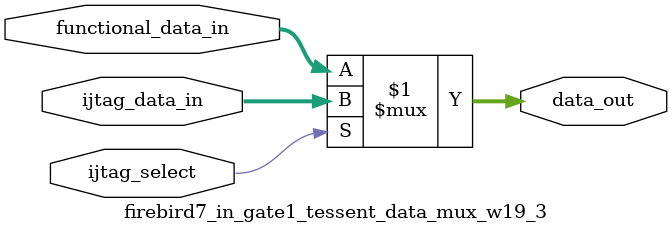
<source format=sv>

module firebird7_in_gate1_tessent_data_mux_w19_3 (
  input wire ijtag_select,
  input wire [18:0]  functional_data_in,
  input wire [18:0]  ijtag_data_in,
  output wire [18:0] data_out
);
assign data_out = (ijtag_select) ? ijtag_data_in : functional_data_in;
endmodule

</source>
